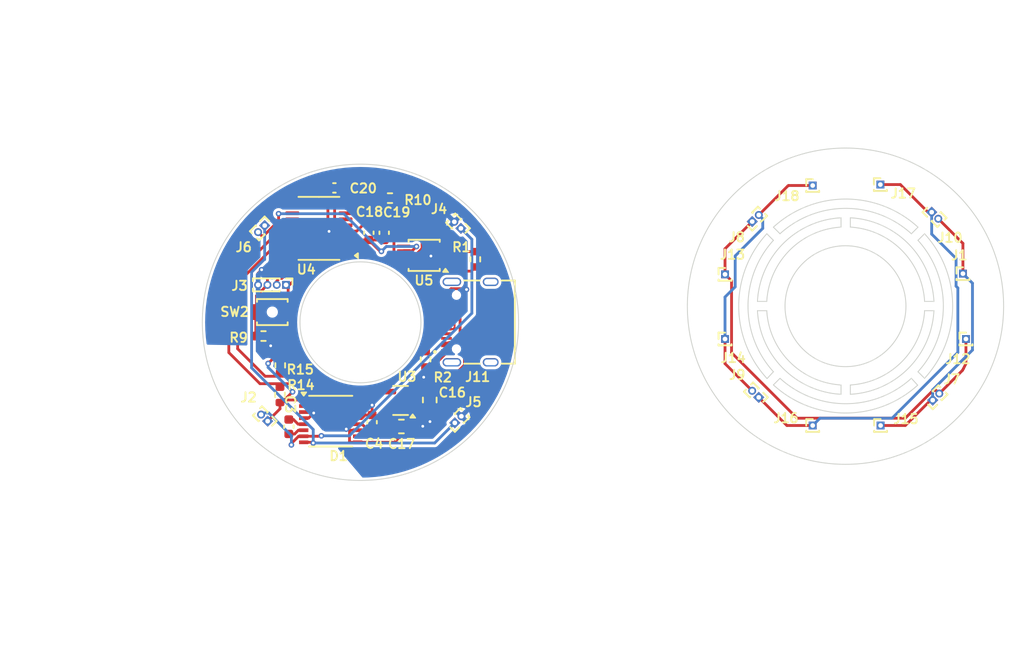
<source format=kicad_pcb>
(kicad_pcb (version 20240108) (generator "pcbnew") (generator_version "8.0")
  (layers (0 "F.Cu" signal) (31 "B.Cu" power) (34 "B.Paste" user) (35 "F.Paste" user) (36 "B.SilkS" user "B.Silkscreen") (37 "F.SilkS" user "F.Silkscreen") (38 "B.Mask" user) (39 "F.Mask" user) (44 "Edge.Cuts" user))
  (net 0 "")
  (net 1 "GND")
  (net 2 "Net-(C3-Pad1)")
  (net 3 "Net-(C3-Pad2)")
  (net 4 "+3.3V")
  (net 5 "/NRST")
  (net 6 "VBUS")
  (net 9 "/D-")
  (net 11 "/SWDIO")
  (net 12 "/SWCLK")
  (net 13 "/A-")
  (net 14 "/A+")
  (net 15 "/I2C2_SDA")
  (net 16 "/I2C2_SCL")
  (net 17 "Net-(U5-TXD)")
  (net 18 "/USART2_RX")
  (net 29 "/USART2_TX")
  (net 32 "unconnected-(U5-V3-Pad10)")
  (net 34 "/D+")
  (net 39 "Net-(J11-CC2)")
  (net 40 "Net-(J11-CC1)")
  (net 42 "+3.3VA")
  (net 43 "/Ap")
  (net 44 "GNDA")
  (net 45 "/An")
  (footprint "Connector_PinHeader_1.00mm:PinHeader_1x01_P1.00mm_Vertical" (layer "F.Cu") (at 234.892136 81.892136)
    (property "Reference" "J12")
    (property "Value" "Conn_01x01_Pin")
  )
  (footprint "Connector_PinHeader_1.00mm:PinHeader_1x02_P1.00mm_Vertical" (layer "F.Cu") (at 231.210029 68.260029 45)
    (property "Reference" "J10")
    (property "Value" "Conn_01x02_Pin")
  )
  (footprint "Package_SO:SSOP-16_4.4x5.2mm_P0.65mm" (layer "F.Cu") (at 166.600002 90.725002)
    (property "Reference" "D1")
    (property "Value" "ADS1230")
  )
  (footprint "Capacitor_SMD:C_0603_1608Metric" (layer "F.Cu") (at 172.35 70.474999 90)
    (property "Reference" "C19")
    (property "Value" "10u")
  )
  (footprint "Connector_PinHeader_1.00mm:PinHeader_1x02_P1.00mm_Vertical" (layer "F.Cu") (at 159.825 90.725 -135)
    (property "Reference" "J2")
    (property "Value" "Conn_01x02_Pin")
  )
  (footprint "Package_SO:TSSOP-20_4.4x6.5mm_P0.65mm" (layer "F.Cu") (at 165.3375 70 180)
    (property "Reference" "U4")
    (property "Value" "STM32G030F6Px")
  )
  (footprint "Capacitor_SMD:C_0805_2012Metric" (layer "F.Cu") (at 174.200001 91.300002)
    (property "Reference" "C17")
    (property "Value" "1u")
  )
  (footprint "Package_TO_SOT_SMD:SOT-23-5" (layer "F.Cu") (at 174.112498 88.500003 180)
    (property "Reference" "U3")
    (property "Value" "AP2112K-3.3")
  )
  (footprint "Connector_PinHeader_1.00mm:PinHeader_1x02_P1.00mm_Vertical" (layer "F.Cu") (at 180.6 70 -135)
    (property "Reference" "J4")
    (property "Value" "Conn_01x02_Pin")
  )
  (footprint "Connector_PinHeader_1.00mm:PinHeader_1x01_P1.00mm_Vertical" (layer "F.Cu") (at 208.992136 81.892136)
    (property "Reference" "J14")
    (property "Value" "Conn_01x01_Pin")
  )
  (footprint "Connector_PinHeader_1.00mm:PinHeader_1x02_P1.00mm_Vertical" (layer "F.Cu") (at 231.317136 88.467136 135)
    (property "Reference" "J7")
    (property "Value" "Conn_01x02_Pin")
  )
  (footprint "Capacitor_SMD:C_0603_1608Metric" (layer "F.Cu") (at 171.050001 90.834876 -90)
    (property "Reference" "C4")
    (property "Value" "0.1uF")
  )
  (footprint "Connector_PinHeader_1.00mm:PinHeader_1x04_P1.00mm_Vertical" (layer "F.Cu") (at 161.800001 76.075 -90)
    (property "Reference" "J3")
    (property "Value" "Conn_01x04_Pin")
  )
  (footprint "Capacitor_SMD:C_0805_2012Metric" (layer "F.Cu") (at 177.25 88.450001 -90)
    (property "Reference" "C16")
    (property "Value" "1u")
  )
  (footprint "Connector_PinHeader_1.00mm:PinHeader_1x01_P1.00mm_Vertical" (layer "F.Cu") (at 234.567136 74.867136)
    (property "Reference" "J1")
    (property "Value" "Conn_01x01_Pin")
  )
  (footprint "Connector_PinHeader_1.00mm:PinHeader_1x01_P1.00mm_Vertical" (layer "F.Cu") (at 218.417136 91.192136)
    (property "Reference" "J16")
    (property "Value" "Conn_01x01_Pin")
  )
  (footprint "Connector_PinHeader_1.00mm:PinHeader_1x01_P1.00mm_Vertical" (layer "F.Cu") (at 218.417136 65.392136)
    (property "Reference" "J18")
    (property "Value" "Conn_01x01_Pin")
  )
  (footprint "Resistor_SMD:R_0603_1608Metric" (layer "F.Cu") (at 161.15 87.9 -90)
    (property "Reference" "R14")
    (property "Value" "1k5")
  )
  (footprint "Resistor_SMD:R_0603_1608Metric" (layer "F.Cu") (at 159.375 81.575)
    (property "Reference" "R9")
    (property "Value" "10k")
  )
  (footprint "Connector_PinHeader_1.00mm:PinHeader_1x01_P1.00mm_Vertical" (layer "F.Cu") (at 208.992136 74.942136)
    (property "Reference" "J13")
    (property "Value" "Conn_01x01_Pin")
  )
  (footprint "Connector_PinHeader_1.00mm:PinHeader_1x02_P1.00mm_Vertical" (layer "F.Cu") (at 211.917136 69.267136 135)
    (property "Reference" "J8")
    (property "Value" "Conn_01x02_Pin")
  )
  (footprint "Capacitor_SMD:C_0603_1608Metric" (layer "F.Cu") (at 162.1 91.324999 90)
    (property "Reference" "C3")
    (property "Value" "0.1uF")
  )
  (footprint "Connector_PinHeader_1.00mm:PinHeader_1x01_P1.00mm_Vertical" (layer "F.Cu") (at 225.692136 65.292136)
    (property "Reference" "J17")
    (property "Value" "Conn_01x01_Pin")
  )
  (footprint "Resistor_SMD:R_0603_1608Metric" (layer "F.Cu") (at 182.15 73.325 90)
    (property "Reference" "R1")
    (property "Value" "5k1")
  )
  (footprint "Package_SO:MSOP-10_3x3mm_P0.5mm" (layer "F.Cu") (at 176.65 72.9 180)
    (property "Reference" "U5")
    (property "Value" "CH340E")
  )
  (footprint "Button_Switch_SMD:SW_SPST_B3U-1000P-B" (layer "F.Cu") (at 160.325 79)
    (property "Reference" "SW2")
    (property "Value" "SW_Push")
  )
  (footprint "Connector_PinHeader_1.00mm:PinHeader_1x01_P1.00mm_Vertical" (layer "F.Cu") (at 225.717136 91.192136)
    (property "Reference" "J15")
    (property "Value" "Conn_01x01_Pin")
  )
  (footprint "Resistor_SMD:R_0603_1608Metric" (layer "F.Cu") (at 161.175 84.725 90)
    (property "Reference" "R15")
    (property "Value" "1k5")
  )
  (footprint "Capacitor_SMD:C_0603_1608Metric" (layer "F.Cu") (at 167.000001 65.65 180)
    (property "Reference" "C20")
    (property "Value" "100n")
  )
  (footprint "Connector_PinHeader_1.00mm:PinHeader_1x02_P1.00mm_Vertical" (layer "F.Cu") (at 212.617136 88.167136 -135)
    (property "Reference" "J9")
    (property "Value" "Conn_01x02_Pin")
  )
  (footprint "Connector_PinHeader_1.00mm:PinHeader_1x02_P1.00mm_Vertical" (layer "F.Cu") (at 159.503554 69.696445 -45)
    (property "Reference" "J6")
    (property "Value" "Conn_01x02_Pin")
  )
  (footprint "Capacitor_SMD:C_0603_1608Metric" (layer "F.Cu") (at 170.7 70.474999 90)
    (property "Reference" "C18")
    (property "Value" "100n")
  )
  (footprint "Connector_PinHeader_1.00mm:PinHeader_1x02_P1.00mm_Vertical" (layer "F.Cu") (at 179.942893 90.907107 135)
    (property "Reference" "J5")
    (property "Value" "Conn_01x02_Pin")
  )
  (footprint "SEN-12650(1):HRO_TYPE-C-31-M-12" (layer "F.Cu") (at 183.800001 80.075 90)
    (property "Reference" "J11")
    (property "Value" "TYPE-C-31-M-12")
  )
  (footprint "Resistor_SMD:R_0603_1608Metric" (layer "F.Cu") (at 176.8 84.075 -90)
    (property "Reference" "R2")
    (property "Value" "5k1")
  )
  (footprint "Resistor_SMD:R_0603_1608Metric" (layer "F.Cu") (at 172.975 66.75)
    (property "Reference" "R10")
    (property "Value" "1k")
  )
  (gr_line (start 230.45 78.85) (end 231.451551 78.85) (stroke (width 0.1)) (layer "Edge.Cuts"))
  (gr_line (start 222.46472 69.86472) (end 222.46472 68.863168) (stroke (width 0.1)) (layer "Edge.Cuts"))
  (gr_circle (center 221.943116 78.367136) (end 228.443116 78.367136) (stroke (width 0.1)) (fill none) (layer "Edge.Cuts"))
  (gr_line (start 229.027364 86.119751) (end 229.699997 86.859727) (stroke (width 0.1)) (layer "Edge.Cuts"))
  (gr_line (start 229.734475 85.412648) (end 230.442316 86.120489) (stroke (width 0.1)) (layer "Edge.Cuts"))
  (gr_arc (start 221.46472 87.836833) (mid 215.247206 85.067515) (end 212.47789 78.85) (stroke (width 0.1)) (layer "Edge.Cuts"))
  (gr_arc (start 229.027364 86.119751) (mid 221.96472 88.85) (end 214.902076 86.119751) (stroke (width 0.1)) (layer "Edge.Cuts"))
  (gr_arc (start 231.451551 78.85) (mid 228.682237 85.067516) (end 222.46472 87.836828) (stroke (width 0.1)) (layer "Edge.Cuts"))
  (gr_arc (start 222.46472 69.86472) (mid 227.975137 72.339584) (end 230.450003 77.85) (stroke (width 0.1)) (layer "Edge.Cuts"))
  (gr_circle (center 169.8 80.1) (end 176.3 80.1) (stroke (width 0.1)) (fill none) (layer "Edge.Cuts"))
  (gr_line (start 221.46472 69.864716) (end 221.46472 68.863164) (stroke (width 0.1)) (layer "Edge.Cuts"))
  (gr_circle (center 169.8 80.1) (end 186.8 80.1) (stroke (width 0.1)) (fill none) (layer "Edge.Cuts"))
  (gr_circle (center 221.943116 78.367136) (end 238.943116 78.367136) (stroke (width 0.1)) (fill none) (layer "Edge.Cuts"))
  (gr_arc (start 230.45 78.85) (mid 227.975105 84.360384) (end 222.46472 86.835278) (stroke (width 0.1)) (layer "Edge.Cuts"))
  (gr_line (start 214.194235 86.827592) (end 214.902076 86.119751) (stroke (width 0.1)) (layer "Edge.Cuts"))
  (gr_arc (start 221.46472 86.835281) (mid 215.95431 84.360408) (end 213.479432 78.85) (stroke (width 0.1)) (layer "Edge.Cuts"))
  (gr_arc (start 213.479439 77.85) (mid 215.954288 72.339568) (end 221.46472 69.864716) (stroke (width 0.1)) (layer "Edge.Cuts"))
  (gr_line (start 213.487134 70.57952) (end 214.194974 71.28736) (stroke (width 0.1)) (layer "Edge.Cuts"))
  (gr_arc (start 229.699997 86.859727) (mid 221.940886 89.849979) (end 214.194235 86.827592) (stroke (width 0.1)) (layer "Edge.Cuts"))
  (gr_arc (start 212.477887 77.85) (mid 215.247209 71.632488) (end 221.46472 68.863164) (stroke (width 0.1)) (layer "Edge.Cuts"))
  (gr_line (start 231.451545 77.85) (end 230.450003 77.85) (stroke (width 0.1)) (layer "Edge.Cuts"))
  (gr_arc (start 214.194235 69.872408) (mid 221.96472 66.85) (end 229.735204 69.872409) (stroke (width 0.1)) (layer "Edge.Cuts"))
  (gr_arc (start 229.734471 71.287356) (mid 232.464724 78.350001) (end 229.734475 85.412648) (stroke (width 0.1)) (layer "Edge.Cuts"))
  (gr_line (start 212.477887 77.85) (end 213.479439 77.85) (stroke (width 0.1)) (layer "Edge.Cuts"))
  (gr_line (start 222.46472 87.836828) (end 222.46472 86.835278) (stroke (width 0.1)) (layer "Edge.Cuts"))
  (gr_line (start 212.47789 78.85) (end 213.479432 78.85) (stroke (width 0.1)) (layer "Edge.Cuts"))
  (gr_line (start 213.514231 86.14995) (end 214.194969 85.412644) (stroke (width 0.1)) (layer "Edge.Cuts"))
  (gr_line (start 221.46472 87.836833) (end 221.46472 86.835281) (stroke (width 0.1)) (layer "Edge.Cuts"))
  (gr_arc (start 222.46472 68.863168) (mid 228.682231 71.632487) (end 231.451545 77.85) (stroke (width 0.1)) (layer "Edge.Cuts"))
  (gr_arc (start 214.194969 85.412644) (mid 211.464724 78.350001) (end 214.194974 71.28736) (stroke (width 0.1)) (layer "Edge.Cuts"))
  (gr_line (start 229.735204 69.872409) (end 229.027362 70.580251) (stroke (width 0.1)) (layer "Edge.Cuts"))
  (gr_line (start 230.442311 70.579516) (end 229.734471 71.287356) (stroke (width 0.1)) (layer "Edge.Cuts"))
  (gr_arc (start 214.902075 70.580248) (mid 221.964719 67.85) (end 229.027362 70.580251) (stroke (width 0.1)) (layer "Edge.Cuts"))
  (gr_arc (start 230.442311 70.579516) (mid 233.464722 78.350001) (end 230.442316 86.120489) (stroke (width 0.1)) (layer "Edge.Cuts"))
  (gr_line (start 214.194235 69.872408) (end 214.902075 70.580248) (stroke (width 0.1)) (layer "Edge.Cuts"))
  (gr_arc (start 213.514231 86.14995) (mid 210.464741 78.370018) (end 213.487134 70.57952) (stroke (width 0.1)) (layer "Edge.Cuts"))
  (segment (start 180.1 72.5) (end 182.15 72.5) (width 0.3) (layer "F.Cu") (net 1))
  (segment (start 170.000002 69.699998) (end 170.7 69.699998) (width 0.3) (layer "F.Cu") (net 1))
  (segment (start 178.85 72.9) (end 177.65 72.9) (width 0.3) (layer "F.Cu") (net 1))
  (segment (start 160.2 82.575) (end 160.15 82.625) (width 0.3) (layer "F.Cu") (net 1))
  (segment (start 179.15 76.875) (end 179.54 76.485) (width 0.3) (layer "F.Cu") (net 1))
  (segment (start 176.474998 91.300002) (end 176.5 91.275) (width 0.3) (layer "F.Cu") (net 1))
  (segment (start 179.54 76.485) (end 181.11 76.485) (width 0.3) (layer "F.Cu") (net 1))
  (segment (start 170.7 69.699998) (end 172.35 69.699998) (width 0.3) (layer "F.Cu") (net 1))
  (segment (start 173.450001 93.000001) (end 169.5 93.000001) (width 0.3) (layer "F.Cu") (net 1))
  (segment (start 177.525 84.9) (end 179.15 83.275) (width 0.3) (layer "F.Cu") (net 1))
  (segment (start 169.400001 70.299999) (end 170.000002 69.699998) (width 0.3) (layer "F.Cu") (net 1))
  (segment (start 170.315125 90.059875) (end 171.050001 90.059875) (width 0.3) (layer "F.Cu") (net 1))
  (segment (start 163.700002 89.100003) (end 164.025003 89.100003) (width 0.3) (layer "F.Cu") (net 1))
  (segment (start 176.6 84.9) (end 177.525 84.9) (width 0.3) (layer "F.Cu") (net 1))
  (segment (start 163.700004 89.750004) (end 164.675004 89.750004) (width 0.3) (layer "F.Cu") (net 1))
  (segment (start 164.025003 89.100003) (end 164.775 89.85) (width 0.3) (layer "F.Cu") (net 1))
  (segment (start 168.275 91.575) (end 168.625 91.7) (width 0.3) (layer "F.Cu") (net 1))
  (segment (start 168.625 92.925001) (end 168.625 91.7) (width 0.3) (layer "F.Cu") (net 1))
  (segment (start 168.024999 70.299999) (end 166.450001 70.299999) (width 0.3) (layer "F.Cu") (net 1))
  (segment (start 163.700004 90.400006) (end 164.224994 90.400006) (width 0.3) (layer "F.Cu") (net 1))
  (segment (start 176.350003 88.500003) (end 177.25 89.4) (width 0.3) (layer "F.Cu") (net 1))
  (segment (start 166.299998 69.312497) (end 167.2875 70.299999) (width 0.3) (layer "F.Cu") (net 1))
  (segment (start 166.299998 65.5) (end 166.299998 69.312497) (width 0.3) (layer "F.Cu") (net 1))
  (segment (start 167.2875 70.299999) (end 168.024999 70.299999) (width 0.3) (layer "F.Cu") (net 1))
  (segment (start 180.65 90.2) (end 179.85 89.4) (width 0.3) (layer "F.Cu") (net 1))
  (segment (start 169.974989 90.400011) (end 170.315125 90.059875) (width 0.3) (layer "F.Cu") (net 1))
  (segment (start 177.25 89.4) (end 177.25 90.75) (width 0.3) (layer "F.Cu") (net 1))
  (segment (start 181.11 76.485) (end 181.2 76.575) (width 0.3) (layer "F.Cu") (net 1))
  (segment (start 168.7 93.000001) (end 168.625 92.925001) (width 0.3) (layer "F.Cu") (net 1))
  (segment (start 179.7 72.9) (end 180.1 72.5) (width 0.3) (layer "F.Cu") (net 1))
  (segment (start 169.50001 90.400011) (end 169.974989 90.400011) (width 0.3) (layer "F.Cu") (net 1))
  (segment (start 169.5 93.000001) (end 168.7 93.000001) (width 0.3) (layer "F.Cu") (net 1))
  (segment (start 160.2 81.575) (end 160.2 82.575) (width 0.3) (layer "F.Cu") (net 1))
  (segment (start 177.25 90.75) (end 177.275 90.775) (width 0.3) (layer "F.Cu") (net 1))
  (segment (start 178.85 72.9) (end 179.7 72.9) (width 0.3) (layer "F.Cu") (net 1))
  (segment (start 168.749998 70.299999) (end 169.400001 70.299999) (width 0.3) (layer "F.Cu") (net 1))
  (segment (start 168.625 91.7) (end 169.5 91.7) (width 0.3) (layer "F.Cu") (net 1))
  (segment (start 175.15 91.300002) (end 173.450001 93.000001) (width 0.3) (layer "F.Cu") (net 1))
  (segment (start 171.050001 90.059875) (end 171.05 89) (width 0.3) (layer "F.Cu") (net 1))
  (segment (start 177.575 72.975) (end 177.375 72.975) (width 0.3) (layer "F.Cu") (net 1))
  (segment (start 164.675004 89.750004) (end 164.775 89.85) (width 0.3) (layer "F.Cu") (net 1))
  (segment (start 177.65 72.9) (end 177.625 72.925) (width 0.3) (layer "F.Cu") (net 1))
  (segment (start 175.15 91.300002) (end 176.474998 91.300002) (width 0.3) (layer "F.Cu") (net 1))
  (segment (start 158.800001 76.075) (end 158.800001 74.824999) (width 0.3) (layer "F.Cu") (net 1))
  (segment (start 177.625 72.925) (end 177.575 72.975) (width 0.3) (layer "F.Cu") (net 1))
  (segment (start 175.349998 91.300002) (end 177.25 89.4) (width 0.3) (layer "F.Cu") (net 1))
  (segment (start 169.5 91.7) (end 168.950003 91.7) (width 0.3) (layer "F.Cu") (net 1))
  (segment (start 176.6 84.9) (end 176.6 86) (width 0.3) (layer "F.Cu") (net 1))
  (segment (start 175.15 91.300002) (end 175.349998 91.300002) (width 0.3) (layer "F.Cu") (net 1))
  (segment (start 166.450001 70.299999) (end 166.425 70.325) (width 0.3) (layer "F.Cu") (net 1))
  (segment (start 164.224994 90.400006) (end 164.775 89.85) (width 0.3) (layer "F.Cu") (net 1))
  (segment (start 175.249998 88.500003) (end 176.350003 88.500003) (width 0.3) (layer "F.Cu") (net 1))
  (segment (start 171.149997 88.900003) (end 171.05 89) (width 0.3) (layer "F.Cu") (net 1))
  (segment (start 158.800001 74.824999) (end 159.175 74.45) (width 0.3) (layer "F.Cu") (net 1))
  (segment (start 179.85 89.4) (end 177.25 89.4) (width 0.3) (layer "F.Cu") (net 1))
  (via (at 176.6 86) (size 0.6) (drill 0.3) (layers "F.Cu" "B.Cu") (net 1))
  (via (at 177.375 72.975) (size 0.6) (drill 0.3) (layers "F.Cu" "B.Cu") (net 1))
  (via (at 159.175 74.45) (size 0.6) (drill 0.3) (layers "F.Cu" "B.Cu") (net 1))
  (via (at 181.2 76.575) (size 0.6) (drill 0.3) (layers "F.Cu" "B.Cu") (net 1))
  (via (at 164.775 89.85) (size 0.6) (drill 0.3) (layers "F.Cu" "B.Cu") (net 1))
  (via (at 171.05 89) (size 0.6) (drill 0.3) (layers "F.Cu" "B.Cu") (net 1))
  (via (at 160.15 82.625) (size 0.6) (drill 0.3) (layers "F.Cu" "B.Cu") (net 1))
  (via (at 166.425 70.325) (size 0.6) (drill 0.3) (layers "F.Cu" "B.Cu") (net 1))
  (via (at 176.5 91.275) (size 0.6) (drill 0.3) (layers "F.Cu" "B.Cu") (net 1))
  (via (at 168.275 91.575) (size 0.6) (drill 0.3) (layers "F.Cu" "B.Cu") (net 1))
  (via (at 177.275 90.775) (size 0.6) (drill 0.3) (layers "F.Cu" "B.Cu") (net 1))
  (segment (start 163.7 91.700005) (end 163.124995 91.700005) (width 0.3) (layer "F.Cu") (net 2))
  (segment (start 163.124995 91.700005) (end 162.725 92.1) (width 0.3) (layer "F.Cu") (net 2))
  (segment (start 162.725 92.1) (end 162.1 92.1) (width 0.3) (layer "F.Cu") (net 2))
  (segment (start 163.099993 91.049993) (end 162.599998 90.549998) (width 0.3) (layer "F.Cu") (net 3))
  (segment (start 162.250002 90.449998) (end 162.424998 90.449998) (width 0.2) (layer "F.Cu") (net 3))
  (segment (start 162.599998 90.549998) (end 162.1 90.549998) (width 0.3) (layer "F.Cu") (net 3))
  (segment (start 163.699994 91.049993) (end 163.099993 91.049993) (width 0.3) (layer "F.Cu") (net 3))
  (segment (start 173.250002 89.725007) (end 172.974998 89.450003) (width 0.3) (layer "F.Cu") (net 4))
  (segment (start 169.974998 91.049998) (end 170.534877 91.609877) (width 0.3) (layer "F.Cu") (net 4))
  (segment (start 174.45 72.4) (end 175.375 72.4) (width 0.3) (layer "F.Cu") (net 4))
  (segment (start 161 69.192777) (end 159.364226 70.828551) (width 0.3) (layer "F.Cu") (net 4))
  (segment (start 161 68.425) (end 161 69.192777) (width 0.3) (layer "F.Cu") (net 4))
  (segment (start 170.534877 91.609877) (end 171.050001 91.609877) (width 0.3) (layer "F.Cu") (net 4))
  (segment (start 168.895997 91.049998) (end 168.7 90.854001) (width 0.3) (layer "F.Cu") (net 4))
  (segment (start 161.175 83.9) (end 161.175 79.85) (width 0.3) (layer "F.Cu") (net 4))
  (segment (start 162.025 76.299999) (end 161.800001 76.075) (width 0.3) (layer "F.Cu") (net 4))
  (segment (start 161.15 89.4) (end 159.825 90.725) (width 0.3) (layer "F.Cu") (net 4))
  (segment (start 163.700004 88.450003) (end 164.584317 88.450003) (width 0.3) (layer "F.Cu") (net 4))
  (segment (start 162.15 79.125) (end 162.025 79) (width 0.3) (layer "F.Cu") (net 4))
  (segment (start 161.424997 88.450003) (end 161.15 88.725) (width 0.3) (layer "F.Cu") (net 4))
  (segment (start 171.359876 91.300002) (end 171.050001 91.609877) (width 0.3) (layer "F.Cu") (net 4))
  (segment (start 168.749999 70.95) (end 169.5 70.95) (width 0.3) (layer "F.Cu") (net 4))
  (segment (start 172.05 72.475) (end 171.925 72.475) (width 0.3) (layer "F.Cu") (net 4))
  (segment (start 161.175 83.9) (end 160.5 83.9) (width 0.3) (layer "F.Cu") (net 4))
  (segment (start 170.634877 91.609877) (end 171.050001 91.609877) (width 0.2) (layer "F.Cu") (net 4))
  (segment (start 162.025 79) (end 162.025 76.299999) (width 0.3) (layer "F.Cu") (net 4))
  (segment (start 168.7 89.750003) (end 168.700004 89.749999) (width 0.3) (layer "F.Cu") (net 4))
  (segment (start 169.5 91.049998) (end 168.895997 91.049998) (width 0.3) (layer "F.Cu") (net 4))
  (segment (start 169.5 91.049998) (end 169.974998 91.049998) (width 0.3) (layer "F.Cu") (net 4))
  (segment (start 173.250002 91.300002) (end 171.359876 91.300002) (width 0.3) (layer "F.Cu") (net 4))
  (segment (start 170.7 71.25) (end 172.35 71.25) (width 0.3) (layer "F.Cu") (net 4))
  (segment (start 159.364226 70.828551) (end 159.221446 70.828551) (width 0.3) (layer "F.Cu") (net 4))
  (segment (start 168.700004 89.749999) (end 169.500004 89.749999) (width 0.3) (layer "F.Cu") (net 4))
  (segment (start 175.375 72.4) (end 175.825 71.95) (width 0.3) (layer "F.Cu") (net 4))
  (segment (start 160.5 83.9) (end 159.875 84.525) (width 0.3) (layer "F.Cu") (net 4))
  (segment (start 169.500004 89.749999) (end 165.884313 89.749999) (width 0.3) (layer "F.Cu") (net 4))
  (segment (start 161.15 88.725) (end 161.35 88.725) (width 0.3) (layer "F.Cu") (net 4))
  (segment (start 161.175 79.85) (end 162.025 79) (width 0.3) (layer "F.Cu") (net 4))
  (segment (start 169.8 71.25) (end 170.7 71.25) (width 0.3) (layer "F.Cu") (net 4))
  (segment (start 170.309877 92.350001) (end 171.050001 91.609877) (width 0.3) (layer "F.Cu") (net 4))
  (segment (start 161.35 88.725) (end 162.5 87.575) (width 0.3) (layer "F.Cu") (net 4))
  (segment (start 164.584317 88.450003) (end 165.792157 89.657843) (width 0.3) (layer "F.Cu") (net 4))
  (segment (start 167.287501 70.95) (end 162.162501 76.075) (width 0.3) (layer "F.Cu") (net 4))
  (segment (start 168.7 90.854001) (end 168.7 89.750003) (width 0.3) (layer "F.Cu") (net 4))
  (segment (start 169.500002 92.350001) (end 170.309877 92.350001) (width 0.3) (layer "F.Cu") (net 4))
  (segment (start 169.5 70.95) (end 169.8 71.25) (width 0.3) (layer "F.Cu") (net 4))
  (segment (start 173.250002 91.300002) (end 173.250002 89.725007) (width 0.3) (layer "F.Cu") (net 4))
  (segment (start 159.221446 70.828551) (end 158.796447 70.403552) (width 0.3) (layer "F.Cu") (net 4))
  (segment (start 163.700004 88.450003) (end 161.424997 88.450003) (width 0.3) (layer "F.Cu") (net 4))
  (segment (start 162.162501 76.075) (end 161.800001 76.075) (width 0.3) (layer "F.Cu") (net 4))
  (segment (start 161.15 88.725) (end 161.15 89.4) (width 0.3) (layer "F.Cu") (net 4))
  (segment (start 168.025 70.95) (end 167.287501 70.95) (width 0.3) (layer "F.Cu") (net 4))
  (segment (start 165.884313 89.749999) (end 165.792157 89.657843) (width 0.3) (layer "F.Cu") (net 4))
  (segment (start 171.925 72.475) (end 170.7 71.25) (width 0.3) (layer "F.Cu") (net 4))
  (via (at 172.05 72.475) (size 0.6) (drill 0.3) (layers "F.Cu" "B.Cu") (net 4))
  (via (at 162.5 87.575) (size 0.6) (drill 0.3) (layers "F.Cu" "B.Cu") (net 4))
  (via (at 175.825 71.95) (size 0.6) (drill 0.3) (layers "F.Cu" "B.Cu") (net 4))
  (via (at 161 68.425) (size 0.6) (drill 0.3) (layers "F.Cu" "B.Cu") (net 4))
  (via (at 159.875 84.525) (size 0.6) (drill 0.3) (layers "F.Cu" "B.Cu") (net 4))
  (segment (start 159.875 84.525) (end 159.825 84.575) (width 0.3) (layer "B.Cu") (net 4))
  (segment (start 172.575 71.95) (end 172.05 72.475) (width 0.3) (layer "B.Cu") (net 4))
  (segment (start 159.875 84.95) (end 159.875 84.525) (width 0.3) (layer "B.Cu") (net 4))
  (segment (start 162.5 87.575) (end 159.875 84.95) (width 0.3) (layer "B.Cu") (net 4))
  (segment (start 161 68.425) (end 168 68.425) (width 0.3) (layer "B.Cu") (net 4))
  (segment (start 168 68.425) (end 172.05 72.475) (width 0.3) (layer "B.Cu") (net 4))
  (segment (start 175.825 71.95) (end 172.575 71.95) (width 0.3) (layer "B.Cu") (net 4))
  (segment (start 168.024999 69.650001) (end 167.2875 69.650001) (width 0.3) (layer "F.Cu") (net 5))
  (segment (start 167.025 69.387501) (end 167.025 66.325) (width 0.3) (layer "F.Cu") (net 5))
  (segment (start 167.025 66.325) (end 167.85 65.5) (width 0.3) (layer "F.Cu") (net 5))
  (segment (start 167.2875 69.650001) (end 167.025 69.387501) (width 0.3) (layer "F.Cu") (net 5))
  (segment (start 179.050002 77.674999) (end 179.200003 77.825) (width 0.3) (layer "F.Cu") (net 6))
  (segment (start 180.509949 82.265) (end 179.360001 82.265) (width 0.3) (layer "F.Cu") (net 6))
  (segment (start 179.6 77.825) (end 179.675 77.9) (width 0.3) (layer "F.Cu") (net 6))
  (segment (start 180.98 82.735051) (end 180.509949 82.265) (width 0.3) (layer "F.Cu") (net 6))
  (segment (start 177.199999 87.550003) (end 177.25 87.500002) (width 0.3) (layer "F.Cu") (net 6))
  (segment (start 174.587499 89.450003) (end 174.310498 89.173002) (width 0.3) (layer "F.Cu") (net 6))
  (segment (start 179.675 77.9) (end 179.9 77.9) (width 0.3) (layer "F.Cu") (net 6))
  (segment (start 174.824997 87.550003) (end 175.249998 87.550003) (width 0.3) (layer "F.Cu") (net 6))
  (segment (start 177.25 87.500002) (end 178.169947 87.500002) (width 0.3) (layer "F.Cu") (net 6))
  (segment (start 179.360001 82.265) (end 179.15 82.475001) (width 0.3) (layer "F.Cu") (net 6))
  (segment (start 179.9 77.9) (end 180.509949 78.509949) (width 0.3) (layer "F.Cu") (net 6))
  (segment (start 180.98 84.689949) (end 180.98 82.735051) (width 0.3) (layer "F.Cu") (net 6))
  (segment (start 175.249998 89.450003) (end 174.587499 89.450003) (width 0.3) (layer "F.Cu") (net 6))
  (segment (start 178.169947 87.500002) (end 180.98 84.689949) (width 0.3) (layer "F.Cu") (net 6))
  (segment (start 180.509949 78.509949) (end 180.509949 82.265) (width 0.3) (layer "F.Cu") (net 6))
  (segment (start 175.249998 87.550003) (end 177.199999 87.550003) (width 0.3) (layer "F.Cu") (net 6))
  (segment (start 174.310498 89.173002) (end 174.310498 88.064502) (width 0.3) (layer "F.Cu") (net 6))
  (segment (start 179.200003 77.825) (end 179.6 77.825) (width 0.3) (layer "F.Cu") (net 6))
  (segment (start 174.310498 88.064502) (end 174.824997 87.550003) (width 0.3) (layer "F.Cu") (net 6))
  (segment (start 176.886156 74.395644) (end 177.856804 73.424996) (width 0.2) (layer "F.Cu") (net 9))
  (segment (start 179.125 80.8) (end 178.1818 80.8) (width 0.2) (layer "F.Cu") (net 9))
  (segment (start 178.825004 73.424996) (end 178.85 73.4) (width 0.2) (layer "F.Cu") (net 9))
  (segment (start 179.15 79.825001) (end 179.77 79.825001) (width 0.2) (layer "F.Cu") (net 9))
  (segment (start 178.1818 80.8) (end 176.886156 79.504356) (width 0.2) (layer "F.Cu") (net 9))
  (segment (start 179.769998 80.825001) (end 179.150001 80.825001) (width 0.2) (layer "F.Cu") (net 9))
  (segment (start 178.875001 73.425001) (end 178.85 73.4) (width 0.2) (layer "F.Cu") (net 9))
  (segment (start 179.15 79.825001) (end 179.175 79.800001) (width 0.2) (layer "F.Cu") (net 9))
  (segment (start 179.150001 80.825001) (end 179.125 80.8) (width 0.2) (layer "F.Cu") (net 9))
  (segment (start 176.886156 79.504356) (end 176.886156 74.395644) (width 0.2) (layer "F.Cu") (net 9))
  (segment (start 179.919999 80.675) (end 179.769998 80.825001) (width 0.2) (layer "F.Cu") (net 9))
  (segment (start 177.856804 73.424996) (end 178.825004 73.424996) (width 0.2) (layer "F.Cu") (net 9))
  (segment (start 179.77 79.825001) (end 179.919999 79.975) (width 0.2) (layer "F.Cu") (net 9))
  (segment (start 179.919999 79.975) (end 179.919999 80.675) (width 0.2) (layer "F.Cu") (net 9))
  (segment (start 159.800001 74.212502) (end 159.800001 76.075) (width 0.3) (layer "F.Cu") (net 11))
  (segment (start 158.625 77.250001) (end 159.800001 76.075) (width 0.3) (layer "F.Cu") (net 11))
  (segment (start 158.55 81.575) (end 158.55 79.075) (width 0.3) (layer "F.Cu") (net 11))
  (segment (start 163.0375 72.250001) (end 162.300001 72.250001) (width 0.3) (layer "F.Cu") (net 11))
  (segment (start 161.737502 72.275001) (end 159.800001 74.212502) (width 0.3) (layer "F.Cu") (net 11))
  (segment (start 162.475001 72.275001) (end 161.737502 72.275001) (width 0.3) (layer "F.Cu") (net 11))
  (segment (start 158.55 79.075) (end 158.625 79) (width 0.3) (layer "F.Cu") (net 11))
  (segment (start 158.625 79) (end 158.625 77.250001) (width 0.3) (layer "F.Cu") (net 11))
  (segment (start 163.224999 71.599999) (end 162.3 71.599999) (width 0.3) (layer "F.Cu") (net 12))
  (segment (start 163.489496 73.235504) (end 161.352 75.373) (width 0.3) (layer "F.Cu") (net 12))
  (segment (start 162.475 71.624999) (end 163.212499 71.624999) (width 0.3) (layer "F.Cu") (net 12))
  (segment (start 161.352 75.373) (end 161.098001 75.373) (width 0.3) (layer "F.Cu") (net 12))
  (segment (start 163.212499 71.624999) (end 163.489496 71.901996) (width 0.3) (layer "F.Cu") (net 12))
  (segment (start 163.489496 71.901996) (end 163.489496 73.235504) (width 0.3) (layer "F.Cu") (net 12))
  (segment (start 161.098001 75.373) (end 160.800001 75.671) (width 0.3) (layer "F.Cu") (net 12))
  (segment (start 160.800001 75.671) (end 160.800001 76.075) (width 0.3) (layer "F.Cu") (net 12))
  (segment (start 163.700002 93.000001) (end 164.650001 93.000001) (width 0.3) (layer "F.Cu") (net 13))
  (segment (start 164.650001 93.000001) (end 164.725 93.075) (width 0.3) (layer "F.Cu") (net 13))
  (via (at 164.725 93.075) (size 0.6) (drill 0.3) (layers "F.Cu" "B.Cu") (net 13))
  (segment (start 158.098001 74.710997) (end 159.46537 73.343628) (width 0.3) (layer "B.Cu") (net 13))
  (segment (start 159.503554 73.343628) (end 159.503554 69.696445) (width 0.3) (layer "B.Cu") (net 13))
  (segment (start 158.098001 84.998001) (end 158.098001 74.710997) (width 0.3) (layer "B.Cu") (net 13))
  (segment (start 164.725 93.075) (end 177.775 93.075) (width 0.3) (layer "B.Cu") (net 13))
  (segment (start 159.46537 73.343628) (end 159.503554 73.343628) (width 0.3) (layer "B.Cu") (net 13))
  (segment (start 164.725 93.075) (end 164.725 91.625) (width 0.3) (layer "B.Cu") (net 13))
  (segment (start 177.775 93.075) (end 179.942893 90.907107) (width 0.3) (layer "B.Cu") (net 13))
  (segment (start 164.725 91.625) (end 158.098001 84.998001) (width 0.3) (layer "B.Cu") (net 13))
  (segment (start 163.149998 92.350005) (end 162.375 93.125003) (width 0.3) (layer "F.Cu") (net 14))
  (segment (start 165.6 92.3) (end 165.224995 92.350005) (width 0.3) (layer "F.Cu") (net 14))
  (segment (start 163.700001 92.350005) (end 163.149998 92.350005) (width 0.3) (layer "F.Cu") (net 14))
  (segment (start 162.375 93.125003) (end 162.375 93.275) (width 0.3) (layer "F.Cu") (net 14))
  (segment (start 165.224995 92.350005) (end 163.700001 92.350005) (width 0.3) (layer "F.Cu") (net 14))
  (via (at 165.6 92.3) (size 0.6) (drill 0.3) (layers "F.Cu" "B.Cu") (net 14))
  (via (at 162.375 93.275) (size 0.6) (drill 0.3) (layers "F.Cu" "B.Cu") (net 14))
  (segment (start 162.375 92.282222) (end 159.939737 89.846959) (width 0.3) (layer "B.Cu") (net 14))
  (segment (start 165.6 92.3) (end 168.552818 92.3) (width 0.3) (layer "B.Cu") (net 14))
  (segment (start 162.375 93.275) (end 162.375 92.282222) (width 0.3) (layer "B.Cu") (net 14))
  (segment (start 159.288827 89.846959) (end 159.117893 90.017893) (width 0.3) (layer "B.Cu") (net 14))
  (segment (start 159.939737 89.846959) (end 159.288827 89.846959) (width 0.3) (layer "B.Cu") (net 14))
  (segment (start 181.777 71.177) (end 180.6 70) (width 0.3) (layer "B.Cu") (net 14))
  (segment (start 168.602818 92.3) (end 181.777 79.125818) (width 0.3) (layer "B.Cu") (net 14))
  (segment (start 181.777 79.125818) (end 181.777 71.177) (width 0.3) (layer "B.Cu") (net 14))
  (segment (start 166.575003 88.450003) (end 169.500002 88.450003) (width 0.3) (layer "F.Cu") (net 15))
  (segment (start 164.025 85.9) (end 166.575003 88.450003) (width 0.3) (layer "F.Cu") (net 15))
  (segment (start 162.3 70.95) (end 161.525 70.95) (width 0.3) (layer "F.Cu") (net 15))
  (segment (start 156.6 75.875) (end 156.6 82.95) (width 0.3) (layer "F.Cu") (net 15))
  (segment (start 156.6 82.95) (end 159.55 85.9) (width 0.3) (layer "F.Cu") (net 15))
  (segment (start 159.55 85.9) (end 164.025 85.9) (width 0.3) (layer "F.Cu") (net 15))
  (segment (start 161.525 70.95) (end 156.6 75.875) (width 0.3) (layer "F.Cu") (net 15))
  (segment (start 166.524999 89.099999) (end 169.500003 89.099999) (width 0.3) (layer "F.Cu") (net 16))
  (segment (start 164.125 86.7) (end 166.524999 89.099999) (width 0.3) (layer "F.Cu") (net 16))
  (segment (start 155.65 75.675) (end 155.65 83.35) (width 0.3) (layer "F.Cu") (net 16))
  (segment (start 155.65 83.35) (end 159 86.7) (width 0.3) (layer "F.Cu") (net 16))
  (segment (start 159 86.7) (end 164.125 86.7) (width 0.3) (layer "F.Cu") (net 16))
  (segment (start 162.300001 70.299999) (end 161.025001 70.299999) (width 0.3) (layer "F.Cu") (net 16))
  (segment (start 161.025001 70.299999) (end 155.65 75.675) (width 0.3) (layer "F.Cu") (net 16))
  (segment (start 175.691002 72.9) (end 174.45 72.9) (width 0.3) (layer "F.Cu") (net 17))
  (segment (start 173.8 66.75) (end 174.300006 66.75) (width 0.3) (layer "F.Cu") (net 17))
  (segment (start 174.300006 66.75) (end 176.425 68.874994) (width 0.3) (layer "F.Cu") (net 17))
  (segment (start 176.425 68.874994) (end 176.425 72.166002) (width 0.3) (layer "F.Cu") (net 17))
  (segment (start 176.425 72.166002) (end 175.691002 72.9) (width 0.3) (layer "F.Cu") (net 17))
  (segment (start 169.487502 67.050001) (end 169.787503 66.75) (width 0.3) (layer "F.Cu") (net 18))
  (segment (start 168.750003 67.050001) (end 169.487502 67.050001) (width 0.3) (layer "F.Cu") (net 18))
  (segment (start 169.787503 66.75) (end 172.15 66.75) (width 0.3) (layer "F.Cu") (net 18))
  (segment (start 173.4 73.4) (end 173.4 69.558828) (width 0.3) (layer "F.Cu") (net 29))
  (segment (start 173.4 69.558828) (end 171.566171 67.724999) (width 0.3) (layer "F.Cu") (net 29))
  (segment (start 171.566171 67.724999) (end 168.199999 67.724999) (width 0.3) (layer "F.Cu") (net 29))
  (segment (start 174.449998 73.4) (end 173.4 73.4) (width 0.3) (layer "F.Cu") (net 29))
  (segment (start 175.000003 73.900005) (end 175.024998 73.925) (width 0.2) (layer "F.Cu") (net 32))
  (segment (start 178.368199 80.349999) (end 177.336156 79.317956) (width 0.2) (layer "F.Cu") (net 34))
  (segment (start 179.149999 79.324999) (end 179.175 79.35) (width 0.2) (layer "F.Cu") (net 34))
  (segment (start 179.125 80.349999) (end 178.368199 80.349999) (width 0.2) (layer "F.Cu") (net 34))
  (segment (start 177.336156 78.7) (end 177.336156 74.582044) (width 0.2) (layer "F.Cu") (net 34))
  (segment (start 178.875001 73.875002) (end 178.850005 73.899998) (width 0.2) (layer "F.Cu") (net 34))
  (segment (start 177.961155 79.324999) (end 177.336156 78.7) (width 0.2) (layer "F.Cu") (net 34))
  (segment (start 179.149999 80.325) (end 179.125 80.349999) (width 0.2) (layer "F.Cu") (net 34))
  (segment (start 179.149999 79.324999) (end 177.961155 79.324999) (width 0.2) (layer "F.Cu") (net 34))
  (segment (start 177.336156 79.317956) (end 177.336156 78.7) (width 0.2) (layer "F.Cu") (net 34))
  (segment (start 178.043203 73.874997) (end 178.825004 73.874997) (width 0.2) (layer "F.Cu") (net 34))
  (segment (start 178.825004 73.874997) (end 178.850005 73.899998) (width 0.2) (layer "F.Cu") (net 34))
  (segment (start 177.336156 74.582044) (end 178.043203 73.874997) (width 0.2) (layer "F.Cu") (net 34))
  (segment (start 177.95 77.844998) (end 178.430002 78.325) (width 0.3) (layer "F.Cu") (net 39))
  (segment (start 179.149999 78.325) (end 178.430002 78.325) (width 0.3) (layer "F.Cu") (net 39))
  (segment (start 181.7 74.6) (end 182.15 74.15) (width 0.3) (layer "F.Cu") (net 39))
  (segment (start 178.430002 78.325) (end 179.05 78.325) (width 0.3) (layer "F.Cu") (net 39))
  (segment (start 178.625 74.6) (end 177.95 75.275) (width 0.3) (layer "F.Cu") (net 39))
  (segment (start 178.625 74.6) (end 181.7 74.6) (width 0.3) (layer "F.Cu") (net 39))
  (segment (start 177.95 75.275) (end 177.95 77.844998) (width 0.3) (layer "F.Cu") (net 39))
  (segment (start 179.050001 81.325) (end 178.180001 81.325) (width 0.3) (layer "F.Cu") (net 40))
  (segment (start 178.525 81.325) (end 179.15 81.325) (width 0.3) (layer "F.Cu") (net 40))
  (segment (start 178.180001 81.325) (end 176.8 82.705001) (width 0.3) (layer "F.Cu") (net 40))
  (segment (start 176.8 82.705001) (end 176.8 83.25) (width 0.3) (layer "F.Cu") (net 40))
  (segment (start 231.098556 88.467136) (end 231.317136 88.467136) (width 0.3) (layer "F.Cu") (net 42))
  (segment (start 225.717136 91.192136) (end 228.373556 91.192136) (width 0.3) (layer "F.Cu") (net 42))
  (segment (start 231.917136 68.967136) (end 234.567136 71.617136) (width 0.3) (layer "F.Cu") (net 42))
  (segment (start 228.373556 91.192136) (end 231.098556 88.467136) (width 0.3) (layer "F.Cu") (net 42))
  (segment (start 234.567136 71.617136) (end 234.567136 74.867136) (width 0.3) (layer "F.Cu") (net 42))
  (segment (start 235.594136 83.080864) (end 231.317136 87.357864) (width 0.3) (layer "B.Cu") (net 42))
  (segment (start 231.317136 87.357864) (end 231.317136 88.467136) (width 0.3) (layer "B.Cu") (net 42))
  (segment (start 234.567136 74.867136) (end 235.594136 75.894136) (width 0.3) (layer "B.Cu") (net 42))
  (segment (start 235.594136 75.894136) (end 235.594136 83.080864) (width 0.3) (layer "B.Cu") (net 42))
  (segment (start 208.992136 74.942136) (end 209.694136 75.644136) (width 0.3) (layer "F.Cu") (net 43))
  (segment (start 234.892136 84.539852) (end 234.607151 85.110013) (width 0.3) (layer "F.Cu") (net 43))
  (segment (start 231.69385 87.429636) (end 232.024243 87.760029) (width 0.3) (layer "F.Cu") (net 43))
  (segment (start 228.367244 90.407756) (end 231.345364 87.429636) (width 0.3) (layer "F.Cu") (net 43))
  (segment (start 231.345364 87.429636) (end 231.69385 87.429636) (width 0.3) (layer "F.Cu") (net 43))
  (segment (start 209.694136 83.369136) (end 216.732756 90.407756) (width 0.3) (layer "F.Cu") (net 43))
  (segment (start 211.917136 69.267136) (end 208.992136 72.192136) (width 0.3) (layer "F.Cu") (net 43))
  (segment (start 216.732756 90.407756) (end 228.367244 90.407756) (width 0.3) (layer "F.Cu") (net 43))
  (segment (start 208.992136 72.192136) (end 208.992136 74.942136) (width 0.3) (layer "F.Cu") (net 43))
  (segment (start 234.892136 81.892136) (end 234.892136 84.539852) (width 0.3) (layer "F.Cu") (net 43))
  (segment (start 209.694136 75.644136) (end 209.694136 83.369136) (width 0.3) (layer "F.Cu") (net 43))
  (segment (start 234.519646 85.264626) (end 232.024243 87.760029) (width 0.3) (layer "F.Cu") (net 43))
  (segment (start 234.607151 85.110013) (end 234.519646 85.264626) (width 0.3) (layer "F.Cu") (net 43))
  (segment (start 215.83097 65.392136) (end 215.757967 65.426305) (width 0.3) (layer "F.Cu") (net 44))
  (segment (start 215.757967 65.426305) (end 212.624243 68.560029) (width 0.3) (layer "F.Cu") (net 44))
  (segment (start 208.992136 84.542136) (end 208.992136 81.892136) (width 0.3) (layer "F.Cu") (net 44))
  (segment (start 211.910029 87.460029) (end 208.992136 84.542136) (width 0.3) (layer "F.Cu") (net 44))
  (segment (start 218.417136 65.392136) (end 215.83097 65.392136) (width 0.3) (layer "F.Cu") (net 44))
  (segment (start 210.085989 72.964011) (end 210.085989 76.289009) (width 0.3) (layer "B.Cu") (net 44))
  (segment (start 212.624243 68.560029) (end 213.049242 68.985028) (width 0.3) (layer "B.Cu") (net 44))
  (segment (start 213.049242 68.985028) (end 213.049242 70.000758) (width 0.3) (layer "B.Cu") (net 44))
  (segment (start 210.085989 76.289009) (end 208.992136 77.382862) (width 0.3) (layer "B.Cu") (net 44))
  (segment (start 208.992136 77.382862) (end 208.992136 81.892136) (width 0.3) (layer "B.Cu") (net 44))
  (segment (start 213.049242 70.000758) (end 210.085989 72.964011) (width 0.3) (layer "B.Cu") (net 44))
  (segment (start 230.809504 68.260029) (end 231.210029 68.260029) (width 0.3) (layer "F.Cu") (net 45))
  (segment (start 227.841611 65.292136) (end 230.809504 68.260029) (width 0.3) (layer "F.Cu") (net 45))
  (segment (start 225.692136 65.292136) (end 227.841611 65.292136) (width 0.3) (layer "F.Cu") (net 45))
  (segment (start 215.642136 91.192136) (end 212.617136 88.167136) (width 0.3) (layer "F.Cu") (net 45))
  (segment (start 218.417136 91.192136) (end 215.642136 91.192136) (width 0.3) (layer "F.Cu") (net 45))
  (segment (start 233.831893 76.214338) (end 234.022533 76.404978) (width 0.3) (layer "B.Cu") (net 45))
  (segment (start 234.022533 76.404978) (end 234.022533 83.338767) (width 0.3) (layer "B.Cu") (net 45))
  (segment (start 226.953544 90.407756) (end 219.201516 90.407756) (width 0.3) (layer "B.Cu") (net 45))
  (segment (start 231.210029 68.260029) (end 231.210029 70.61592) (width 0.3) (layer "B.Cu") (net 45))
  (segment (start 231.210029 70.61592) (end 233.831893 73.237784) (width 0.3) (layer "B.Cu") (net 45))
  (segment (start 234.022533 83.338767) (end 226.953544 90.407756) (width 0.3) (layer "B.Cu") (net 45))
  (segment (start 233.831893 73.237784) (end 233.831893 76.214338) (width 0.3) (layer "B.Cu") (net 45))
  (segment (start 219.201516 90.407756) (end 218.417136 91.192136) (width 0.3) (layer "B.Cu") (net 45))
  (zone (net 1) (net_name "GND") (layer "B.Cu") (connect_pads (clearance 0.3)) (min_thickness 0.25) (fill yes (thermal_gap 0.5) (thermal_bridge_width 0.5))
    (polygon (pts (xy 151.9 47.8) (xy 218.2 47.8) (xy 186.45 48.9) (xy 186.45 116.2) (xy 158 82.6) (xy 140.625 82.25) (xy 151.7 48)))
  )
)
</source>
